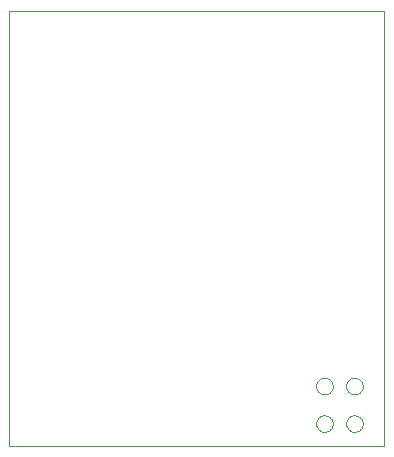
<source format=gbo>
G75*
G70*
%OFA0B0*%
%FSLAX24Y24*%
%IPPOS*%
%LPD*%
%AMOC8*
5,1,8,0,0,1.08239X$1,22.5*
%
%ADD10C,0.0000*%
D10*
X000180Y000346D02*
X012680Y000346D01*
X012680Y014846D01*
X000180Y014846D01*
X000180Y000346D01*
X010404Y001096D02*
X010406Y001129D01*
X010412Y001161D01*
X010421Y001192D01*
X010434Y001222D01*
X010451Y001250D01*
X010471Y001276D01*
X010494Y001300D01*
X010519Y001320D01*
X010547Y001338D01*
X010576Y001352D01*
X010607Y001362D01*
X010639Y001369D01*
X010672Y001372D01*
X010705Y001371D01*
X010737Y001366D01*
X010768Y001357D01*
X010799Y001345D01*
X010827Y001329D01*
X010854Y001310D01*
X010878Y001288D01*
X010899Y001263D01*
X010918Y001236D01*
X010933Y001207D01*
X010944Y001177D01*
X010952Y001145D01*
X010956Y001112D01*
X010956Y001080D01*
X010952Y001047D01*
X010944Y001015D01*
X010933Y000985D01*
X010918Y000956D01*
X010899Y000929D01*
X010878Y000904D01*
X010854Y000882D01*
X010827Y000863D01*
X010799Y000847D01*
X010768Y000835D01*
X010737Y000826D01*
X010705Y000821D01*
X010672Y000820D01*
X010639Y000823D01*
X010607Y000830D01*
X010576Y000840D01*
X010547Y000854D01*
X010519Y000872D01*
X010494Y000892D01*
X010471Y000916D01*
X010451Y000942D01*
X010434Y000970D01*
X010421Y001000D01*
X010412Y001031D01*
X010406Y001063D01*
X010404Y001096D01*
X010404Y002346D02*
X010406Y002379D01*
X010412Y002411D01*
X010421Y002442D01*
X010434Y002472D01*
X010451Y002500D01*
X010471Y002526D01*
X010494Y002550D01*
X010519Y002570D01*
X010547Y002588D01*
X010576Y002602D01*
X010607Y002612D01*
X010639Y002619D01*
X010672Y002622D01*
X010705Y002621D01*
X010737Y002616D01*
X010768Y002607D01*
X010799Y002595D01*
X010827Y002579D01*
X010854Y002560D01*
X010878Y002538D01*
X010899Y002513D01*
X010918Y002486D01*
X010933Y002457D01*
X010944Y002427D01*
X010952Y002395D01*
X010956Y002362D01*
X010956Y002330D01*
X010952Y002297D01*
X010944Y002265D01*
X010933Y002235D01*
X010918Y002206D01*
X010899Y002179D01*
X010878Y002154D01*
X010854Y002132D01*
X010827Y002113D01*
X010799Y002097D01*
X010768Y002085D01*
X010737Y002076D01*
X010705Y002071D01*
X010672Y002070D01*
X010639Y002073D01*
X010607Y002080D01*
X010576Y002090D01*
X010547Y002104D01*
X010519Y002122D01*
X010494Y002142D01*
X010471Y002166D01*
X010451Y002192D01*
X010434Y002220D01*
X010421Y002250D01*
X010412Y002281D01*
X010406Y002313D01*
X010404Y002346D01*
X011404Y002346D02*
X011406Y002379D01*
X011412Y002411D01*
X011421Y002442D01*
X011434Y002472D01*
X011451Y002500D01*
X011471Y002526D01*
X011494Y002550D01*
X011519Y002570D01*
X011547Y002588D01*
X011576Y002602D01*
X011607Y002612D01*
X011639Y002619D01*
X011672Y002622D01*
X011705Y002621D01*
X011737Y002616D01*
X011768Y002607D01*
X011799Y002595D01*
X011827Y002579D01*
X011854Y002560D01*
X011878Y002538D01*
X011899Y002513D01*
X011918Y002486D01*
X011933Y002457D01*
X011944Y002427D01*
X011952Y002395D01*
X011956Y002362D01*
X011956Y002330D01*
X011952Y002297D01*
X011944Y002265D01*
X011933Y002235D01*
X011918Y002206D01*
X011899Y002179D01*
X011878Y002154D01*
X011854Y002132D01*
X011827Y002113D01*
X011799Y002097D01*
X011768Y002085D01*
X011737Y002076D01*
X011705Y002071D01*
X011672Y002070D01*
X011639Y002073D01*
X011607Y002080D01*
X011576Y002090D01*
X011547Y002104D01*
X011519Y002122D01*
X011494Y002142D01*
X011471Y002166D01*
X011451Y002192D01*
X011434Y002220D01*
X011421Y002250D01*
X011412Y002281D01*
X011406Y002313D01*
X011404Y002346D01*
X011404Y001096D02*
X011406Y001129D01*
X011412Y001161D01*
X011421Y001192D01*
X011434Y001222D01*
X011451Y001250D01*
X011471Y001276D01*
X011494Y001300D01*
X011519Y001320D01*
X011547Y001338D01*
X011576Y001352D01*
X011607Y001362D01*
X011639Y001369D01*
X011672Y001372D01*
X011705Y001371D01*
X011737Y001366D01*
X011768Y001357D01*
X011799Y001345D01*
X011827Y001329D01*
X011854Y001310D01*
X011878Y001288D01*
X011899Y001263D01*
X011918Y001236D01*
X011933Y001207D01*
X011944Y001177D01*
X011952Y001145D01*
X011956Y001112D01*
X011956Y001080D01*
X011952Y001047D01*
X011944Y001015D01*
X011933Y000985D01*
X011918Y000956D01*
X011899Y000929D01*
X011878Y000904D01*
X011854Y000882D01*
X011827Y000863D01*
X011799Y000847D01*
X011768Y000835D01*
X011737Y000826D01*
X011705Y000821D01*
X011672Y000820D01*
X011639Y000823D01*
X011607Y000830D01*
X011576Y000840D01*
X011547Y000854D01*
X011519Y000872D01*
X011494Y000892D01*
X011471Y000916D01*
X011451Y000942D01*
X011434Y000970D01*
X011421Y001000D01*
X011412Y001031D01*
X011406Y001063D01*
X011404Y001096D01*
M02*

</source>
